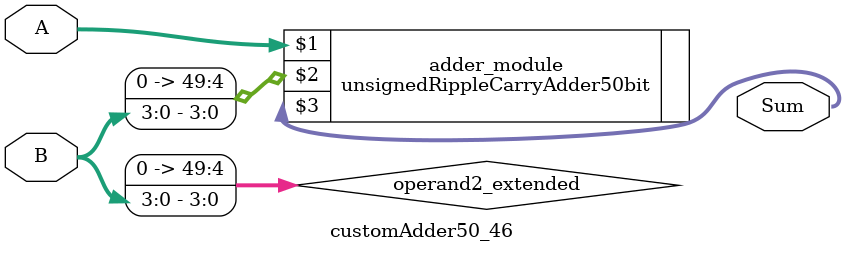
<source format=v>
module customAdder50_46(
                        input [49 : 0] A,
                        input [3 : 0] B,
                        
                        output [50 : 0] Sum
                );

        wire [49 : 0] operand2_extended;
        
        assign operand2_extended =  {46'b0, B};
        
        unsignedRippleCarryAdder50bit adder_module(
            A,
            operand2_extended,
            Sum
        );
        
        endmodule
        
</source>
